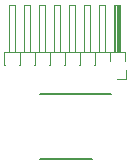
<source format=gbo>
G04 #@! TF.GenerationSoftware,KiCad,Pcbnew,5.0.2-bee76a0~70~ubuntu18.04.1*
G04 #@! TF.CreationDate,2020-01-14T20:57:16+01:00*
G04 #@! TF.ProjectId,TLI5012B,544c4935-3031-4324-922e-6b696361645f,rev?*
G04 #@! TF.SameCoordinates,Original*
G04 #@! TF.FileFunction,Legend,Bot*
G04 #@! TF.FilePolarity,Positive*
%FSLAX46Y46*%
G04 Gerber Fmt 4.6, Leading zero omitted, Abs format (unit mm)*
G04 Created by KiCad (PCBNEW 5.0.2-bee76a0~70~ubuntu18.04.1) date Di 14 Jan 2020 20:57:16 CET*
%MOMM*%
%LPD*%
G01*
G04 APERTURE LIST*
%ADD10C,0.120000*%
%ADD11C,0.150000*%
G04 APERTURE END LIST*
D10*
G04 #@! TO.C,J1*
X142670000Y-80940000D02*
X142670000Y-80140000D01*
X142670000Y-80140000D02*
X132390000Y-80140000D01*
X132390000Y-80140000D02*
X132390000Y-81260000D01*
X132390000Y-81260000D02*
X132465323Y-81260000D01*
X142235000Y-80140000D02*
X142235000Y-76140000D01*
X142235000Y-76140000D02*
X141715000Y-76140000D01*
X141715000Y-76140000D02*
X141715000Y-80140000D01*
X142175000Y-80140000D02*
X142175000Y-76140000D01*
X142055000Y-80140000D02*
X142055000Y-76140000D01*
X141935000Y-80140000D02*
X141935000Y-76140000D01*
X141815000Y-80140000D02*
X141815000Y-76140000D01*
X141340000Y-80940000D02*
X141340000Y-80140000D01*
X140965000Y-80140000D02*
X140965000Y-76140000D01*
X140965000Y-76140000D02*
X140445000Y-76140000D01*
X140445000Y-76140000D02*
X140445000Y-80140000D01*
X140070000Y-81260000D02*
X140070000Y-80140000D01*
X140085323Y-81260000D02*
X140054677Y-81260000D01*
X139695000Y-80140000D02*
X139695000Y-76140000D01*
X139695000Y-76140000D02*
X139175000Y-76140000D01*
X139175000Y-76140000D02*
X139175000Y-80140000D01*
X138800000Y-81260000D02*
X138800000Y-80140000D01*
X138815323Y-81260000D02*
X138784677Y-81260000D01*
X138425000Y-80140000D02*
X138425000Y-76140000D01*
X138425000Y-76140000D02*
X137905000Y-76140000D01*
X137905000Y-76140000D02*
X137905000Y-80140000D01*
X137530000Y-81260000D02*
X137530000Y-80140000D01*
X137545323Y-81260000D02*
X137514677Y-81260000D01*
X137155000Y-80140000D02*
X137155000Y-76140000D01*
X137155000Y-76140000D02*
X136635000Y-76140000D01*
X136635000Y-76140000D02*
X136635000Y-80140000D01*
X136260000Y-81260000D02*
X136260000Y-80140000D01*
X136275323Y-81260000D02*
X136244677Y-81260000D01*
X135885000Y-80140000D02*
X135885000Y-76140000D01*
X135885000Y-76140000D02*
X135365000Y-76140000D01*
X135365000Y-76140000D02*
X135365000Y-80140000D01*
X134990000Y-81260000D02*
X134990000Y-80140000D01*
X135005323Y-81260000D02*
X134974677Y-81260000D01*
X134615000Y-80140000D02*
X134615000Y-76140000D01*
X134615000Y-76140000D02*
X134095000Y-76140000D01*
X134095000Y-76140000D02*
X134095000Y-80140000D01*
X133720000Y-81260000D02*
X133720000Y-80140000D01*
X133735323Y-81260000D02*
X133704677Y-81260000D01*
X133345000Y-80140000D02*
X133345000Y-76140000D01*
X133345000Y-76140000D02*
X132825000Y-76140000D01*
X132825000Y-76140000D02*
X132825000Y-80140000D01*
X141975000Y-82460000D02*
X142735000Y-82460000D01*
X142735000Y-82460000D02*
X142735000Y-81700000D01*
D11*
G04 #@! TO.C,U2*
X139875000Y-89225000D02*
X135475000Y-89225000D01*
X141450000Y-83700000D02*
X135475000Y-83700000D01*
G04 #@! TD*
M02*

</source>
